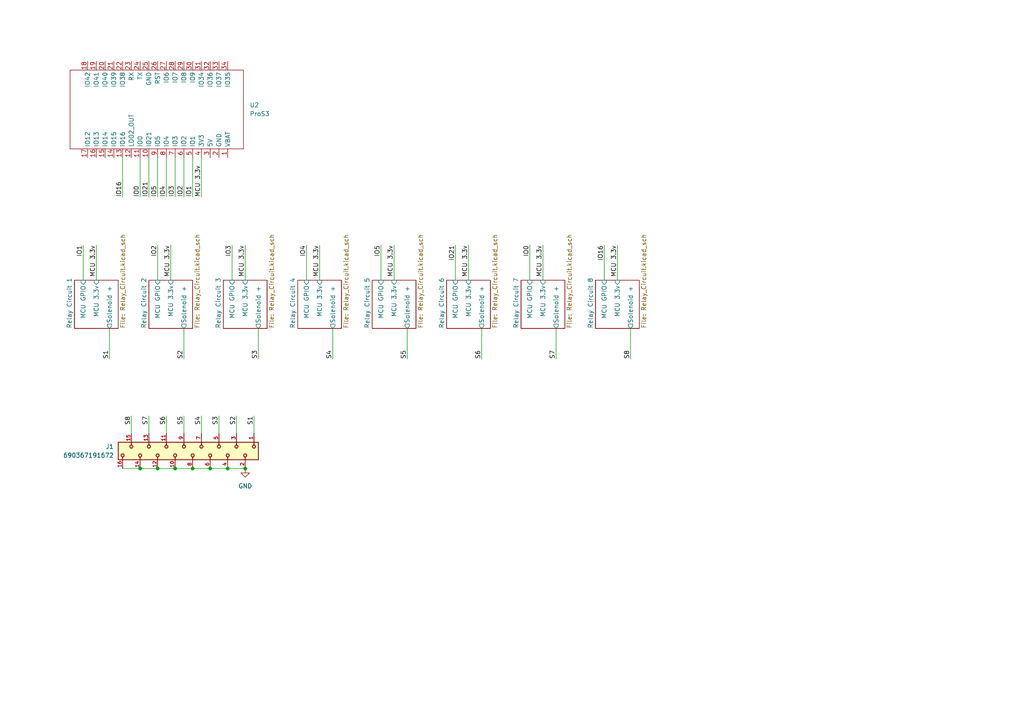
<source format=kicad_sch>
(kicad_sch (version 20230121) (generator eeschema)
  (paper "A4")
  (lib_symbols
    (symbol "ProS3:ProS3"
      (property "Reference" "U" (at 0 -28.956 0))
      (property "Value" "ProS3" (at -0.508 27.178 0))
      (symbol "ProS3_0_1"
        (rectangle (start -11.43 24.892) (end 11.43 -25.4) (stroke (width 0.1524)))
      )
      (symbol "ProS3_1_1"
        (pin power_in line (at 13.97 20.32 180) (length 2.54) (name "VBAT") (number "1"))
        (pin bidirectional line (at 13.97 -2.54 180) (length 2.54) (name "IO21") (number "10"))
        (pin bidirectional line (at 13.97 -5.08 180) (length 2.54) (name "IO0") (number "11"))
        (pin power_out line (at 13.97 -7.62 180) (length 2.54) (name "LDO2_OUT") (number "12"))
        (pin bidirectional line (at 13.97 -10.16 180) (length 2.54) (name "IO16") (number "13"))
        (pin bidirectional line (at 13.97 -12.7 180) (length 2.54) (name "IO15") (number "14"))
        (pin bidirectional line (at 13.97 -15.24 180) (length 2.54) (name "IO14") (number "15"))
        (pin bidirectional line (at 13.97 -17.78 180) (length 2.54) (name "IO13") (number "16"))
        (pin bidirectional line (at 13.97 -20.32 180) (length 2.54) (name "IO12") (number "17"))
        (pin bidirectional line (at -13.97 -20.32 0) (length 2.54) (name "IO42") (number "18"))
        (pin bidirectional line (at -13.97 -17.78 0) (length 2.54) (name "IO41") (number "19"))
        (pin power_in line (at 13.97 17.78 180) (length 2.54) (name "GND") (number "2"))
        (pin bidirectional line (at -13.97 -15.24 0) (length 2.54) (name "IO40") (number "20"))
        (pin bidirectional line (at -13.97 -12.7 0) (length 2.54) (name "IO39") (number "21"))
        (pin bidirectional line (at -13.97 -10.16 0) (length 2.54) (name "IO38") (number "22"))
        (pin bidirectional line (at -13.97 -7.62 0) (length 2.54) (name "RX") (number "23"))
        (pin bidirectional line (at -13.97 -5.08 0) (length 2.54) (name "TX") (number "24"))
        (pin power_in line (at -13.97 -2.54 0) (length 2.54) (name "GND") (number "25"))
        (pin input line (at -13.97 0 0) (length 2.54) (name "RST") (number "26"))
        (pin bidirectional line (at -13.97 2.54 0) (length 2.54) (name "IO6") (number "27"))
        (pin bidirectional line (at -13.97 5.08 0) (length 2.54) (name "IO7") (number "28"))
        (pin bidirectional line (at -13.97 7.62 0) (length 2.54) (name "IO8") (number "29"))
        (pin power_in line (at 13.97 15.24 180) (length 2.54) (name "5V") (number "3"))
        (pin bidirectional line (at -13.97 10.16 0) (length 2.54) (name "IO9") (number "30"))
        (pin bidirectional line (at -13.97 12.7 0) (length 2.54) (name "IO34") (number "31"))
        (pin bidirectional line (at -13.97 15.24 0) (length 2.54) (name "IO36") (number "32"))
        (pin bidirectional line (at -13.97 17.78 0) (length 2.54) (name "IO37") (number "33"))
        (pin bidirectional line (at -13.97 20.32 0) (length 2.54) (name "IO35") (number "34"))
        (pin power_in line (at 13.97 12.7 180) (length 2.54) (name "3V3") (number "4"))
        (pin bidirectional line (at 13.97 10.16 180) (length 2.54) (name "IO1") (number "5"))
        (pin bidirectional line (at 13.97 7.62 180) (length 2.54) (name "IO2") (number "6"))
        (pin bidirectional line (at 13.97 5.08 180) (length 2.54) (name "IO3") (number "7"))
        (pin bidirectional line (at 13.97 2.54 180) (length 2.54) (name "IO4") (number "8"))
        (pin bidirectional line (at 13.97 0 180) (length 2.54) (name "IO5") (number "9"))
      )
    )
    (symbol "WR-MM-16-Female:690367191672" (pin_names (offset 1.016))
      (property "Reference" "J" (at 19.96 0.348 0))
      (property "Value" "690367191672" (at 20.11 -1.13 0))
      (symbol "690367191672_0_0"
        (rectangle (start -21.59 -2.54) (end 19.05 2.54) (stroke (width 0.254)) (fill (type background)))
        (circle (center -20.32 -1.27) (radius 0.4445) (stroke (width 0.254)))
        (circle (center -17.78 1.27) (radius 0.4445) (stroke (width 0.254)))
        (circle (center -15.24 -1.27) (radius 0.4445) (stroke (width 0.254)))
        (circle (center -12.7 1.27) (radius 0.4445) (stroke (width 0.254)))
        (circle (center -10.16 -1.27) (radius 0.4445) (stroke (width 0.254)))
        (circle (center -7.62 1.27) (radius 0.4445) (stroke (width 0.254)))
        (circle (center -5.08 -1.27) (radius 0.4445) (stroke (width 0.254)))
        (circle (center -2.54 1.27) (radius 0.4445) (stroke (width 0.254)))
        (circle (center 0 -1.27) (radius 0.4445) (stroke (width 0.254)))
        (polyline (pts (xy -20.32 -1.705) (xy -20.32 -2.54)) (stroke (width 0.254)))
        (polyline (pts (xy -17.78 1.705) (xy -17.78 2.54)) (stroke (width 0.254)))
        (polyline (pts (xy -15.24 -1.705) (xy -15.24 -2.54)) (stroke (width 0.254)))
        (polyline (pts (xy -12.7 1.705) (xy -12.7 2.54)) (stroke (width 0.254)))
        (polyline (pts (xy -10.16 -1.705) (xy -10.16 -2.54)) (stroke (width 0.254)))
        (polyline (pts (xy -7.62 1.705) (xy -7.62 2.54)) (stroke (width 0.254)))
        (polyline (pts (xy -5.08 -1.705) (xy -5.08 -2.54)) (stroke (width 0.254)))
        (polyline (pts (xy -2.54 1.705) (xy -2.54 2.54)) (stroke (width 0.254)))
        (polyline (pts (xy 0 -1.705) (xy 0 -2.54)) (stroke (width 0.254)))
        (polyline (pts (xy 2.54 1.705) (xy 2.54 2.54)) (stroke (width 0.254)))
        (polyline (pts (xy 5.08 -1.705) (xy 5.08 -2.54)) (stroke (width 0.254)))
        (polyline (pts (xy 7.62 1.705) (xy 7.62 2.54)) (stroke (width 0.254)))
        (polyline (pts (xy 10.16 -1.705) (xy 10.16 -2.54)) (stroke (width 0.254)))
        (polyline (pts (xy 12.7 1.705) (xy 12.7 2.54)) (stroke (width 0.254)))
        (polyline (pts (xy 15.24 -1.705) (xy 15.24 -2.54)) (stroke (width 0.254)))
        (polyline (pts (xy 17.78 1.705) (xy 17.78 2.54)) (stroke (width 0.254)))
        (circle (center 2.54 1.27) (radius 0.4445) (stroke (width 0.254)))
        (circle (center 5.08 -1.27) (radius 0.4445) (stroke (width 0.254)))
        (circle (center 7.62 1.27) (radius 0.4445) (stroke (width 0.254)))
        (circle (center 10.16 -1.27) (radius 0.4445) (stroke (width 0.254)))
        (circle (center 12.7 1.27) (radius 0.4445) (stroke (width 0.254)))
        (circle (center 15.24 -1.27) (radius 0.4445) (stroke (width 0.254)))
        (circle (center 17.78 1.27) (radius 0.4445) (stroke (width 0.254)))
        (pin passive line (at 17.78 5.08 270) (length 2.54) (name "~") (number "1"))
        (pin passive line (at -5.08 -5.08 90) (length 2.54) (name "~") (number "10"))
        (pin passive line (at -7.62 5.08 270) (length 2.54) (name "~") (number "11"))
        (pin passive line (at -10.16 -5.08 90) (length 2.54) (name "~") (number "12"))
        (pin passive line (at -12.7 5.08 270) (length 2.54) (name "~") (number "13"))
        (pin passive line (at -15.24 -5.08 90) (length 2.54) (name "~") (number "14"))
        (pin passive line (at -17.78 5.08 270) (length 2.54) (name "~") (number "15"))
        (pin passive line (at -20.32 -5.08 90) (length 2.54) (name "~") (number "16"))
        (pin passive line (at 15.24 -5.08 90) (length 2.54) (name "~") (number "2"))
        (pin passive line (at 12.7 5.08 270) (length 2.54) (name "~") (number "3"))
        (pin passive line (at 10.16 -5.08 90) (length 2.54) (name "~") (number "4"))
        (pin passive line (at 7.62 5.08 270) (length 2.54) (name "~") (number "5"))
        (pin passive line (at 5.08 -5.08 90) (length 2.54) (name "~") (number "6"))
        (pin passive line (at 2.54 5.08 270) (length 2.54) (name "~") (number "7"))
        (pin passive line (at 0 -5.08 90) (length 2.54) (name "~") (number "8"))
        (pin passive line (at -2.54 5.08 270) (length 2.54) (name "~") (number "9"))
      )
    )
    (symbol "power:GND" (power) (pin_names (offset 0))
      (property "Value" "GND" (at 0 -3.81 0))
      (symbol "GND_0_1"
        (polyline (pts (xy 0 0) (xy 0 -1.27) (xy 1.27 -1.27) (xy 0 -2.54) (xy -1.27 -1.27) (xy 0 -1.27)))
      )
      (symbol "GND_1_1"
        (pin power_in line (at 0 0 270) (length 0) hide (name "GND") (number "1"))
      )
    )
  )
  (junction (at 60.96 135.89))
  (junction (at 45.72 135.89))
  (junction (at 40.64 135.89))
  (junction (at 71.12 135.89))
  (junction (at 50.8 135.89))
  (junction (at 55.88 135.89))
  (junction (at 66.04 135.89))
  (wire (pts (xy 157.48 71.12) (xy 157.48 81.28)))
  (wire (pts (xy 58.42 45.72) (xy 58.42 57.15)))
  (wire (pts (xy 182.88 95.25) (xy 182.88 104.14)))
  (wire (pts (xy 50.8 135.89) (xy 55.88 135.89)))
  (wire (pts (xy 31.75 95.25) (xy 31.75 104.14)))
  (wire (pts (xy 96.52 95.25) (xy 96.52 104.14)))
  (wire (pts (xy 35.56 45.72) (xy 35.56 57.15)))
  (wire (pts (xy 67.31 71.12) (xy 67.31 81.28)))
  (wire (pts (xy 92.71 71.12) (xy 92.71 81.28)))
  (wire (pts (xy 43.18 45.72) (xy 43.18 57.15)))
  (wire (pts (xy 88.9 71.12) (xy 88.9 81.28)))
  (wire (pts (xy 50.8 45.72) (xy 50.8 57.15)))
  (wire (pts (xy 53.34 45.72) (xy 53.34 57.15)))
  (wire (pts (xy 132.08 71.12) (xy 132.08 81.28)))
  (wire (pts (xy 43.18 120.65) (xy 43.18 125.73)))
  (wire (pts (xy 161.29 95.25) (xy 161.29 104.14)))
  (wire (pts (xy 48.26 45.72) (xy 48.26 57.15)))
  (wire (pts (xy 40.64 45.72) (xy 40.64 57.15)))
  (wire (pts (xy 135.89 71.12) (xy 135.89 81.28)))
  (wire (pts (xy 68.58 120.65) (xy 68.58 125.73)))
  (wire (pts (xy 45.72 71.12) (xy 45.72 81.28)))
  (wire (pts (xy 118.11 95.25) (xy 118.11 104.14)))
  (wire (pts (xy 35.56 135.89) (xy 40.64 135.89)))
  (wire (pts (xy 71.12 71.12) (xy 71.12 81.28)))
  (wire (pts (xy 48.26 120.65) (xy 48.26 125.73)))
  (wire (pts (xy 45.72 135.89) (xy 50.8 135.89)))
  (wire (pts (xy 24.13 71.12) (xy 24.13 81.28)))
  (wire (pts (xy 38.1 120.65) (xy 38.1 125.73)))
  (wire (pts (xy 45.72 45.72) (xy 45.72 57.15)))
  (wire (pts (xy 60.96 135.89) (xy 66.04 135.89)))
  (wire (pts (xy 63.5 120.65) (xy 63.5 125.73)))
  (wire (pts (xy 58.42 120.65) (xy 58.42 125.73)))
  (wire (pts (xy 40.64 135.89) (xy 45.72 135.89)))
  (wire (pts (xy 110.49 71.12) (xy 110.49 81.28)))
  (wire (pts (xy 55.88 135.89) (xy 60.96 135.89)))
  (wire (pts (xy 179.07 71.12) (xy 179.07 81.28)))
  (wire (pts (xy 73.66 120.65) (xy 73.66 125.73)))
  (wire (pts (xy 55.88 45.72) (xy 55.88 57.15)))
  (wire (pts (xy 49.53 71.12) (xy 49.53 81.28)))
  (wire (pts (xy 114.3 71.12) (xy 114.3 81.28)))
  (wire (pts (xy 175.26 71.12) (xy 175.26 81.28)))
  (wire (pts (xy 53.34 120.65) (xy 53.34 125.73)))
  (wire (pts (xy 53.34 95.25) (xy 53.34 104.14)))
  (wire (pts (xy 139.7 95.25) (xy 139.7 104.14)))
  (wire (pts (xy 66.04 135.89) (xy 71.12 135.89)))
  (wire (pts (xy 27.94 71.12) (xy 27.94 81.28)))
  (wire (pts (xy 153.67 71.12) (xy 153.67 81.28)))
  (wire (pts (xy 74.93 95.25) (xy 74.93 104.14)))
  (label "S7" (at 43.18 120.65 270))
  (label "MCU 3.3v" (at 71.12 71.12 270))
  (label "IO16" (at 175.26 71.12 270))
  (label "S8" (at 182.88 104.14 90))
  (label "S8" (at 38.1 120.65 270))
  (label "S2" (at 68.58 120.65 270))
  (label "IO0" (at 40.64 57.15 90))
  (label "S1" (at 73.66 120.65 270))
  (label "S1" (at 31.75 104.14 90))
  (label "IO21" (at 43.18 57.15 90))
  (label "S7" (at 161.29 104.14 90))
  (label "IO0" (at 153.67 71.12 270))
  (label "MCU 3.3v" (at 92.71 71.12 270))
  (label "IO2" (at 45.72 71.12 270))
  (label "IO2" (at 53.34 57.15 90))
  (label "IO21" (at 132.08 71.12 270))
  (label "S5" (at 118.11 104.14 90))
  (label "MCU 3.3v" (at 135.89 71.12 270))
  (label "IO3" (at 67.31 71.12 270))
  (label "MCU 3.3v" (at 157.48 71.12 270))
  (label "S5" (at 53.34 120.65 270))
  (label "MCU 3.3v" (at 114.3 71.12 270))
  (label "S4" (at 58.42 120.65 270))
  (label "MCU 3.3v" (at 179.07 71.12 270))
  (label "S2" (at 53.34 104.14 90))
  (label "MCU 3.3v" (at 58.42 57.15 90))
  (label "MCU 3.3v" (at 27.94 71.12 270))
  (label "S3" (at 74.93 104.14 90))
  (label "IO4" (at 88.9 71.12 270))
  (label "IO3" (at 50.8 57.15 90))
  (label "IO5" (at 110.49 71.12 270))
  (label "S6" (at 48.26 120.65 270))
  (label "S4" (at 96.52 104.14 90))
  (label "IO16" (at 35.56 57.15 90))
  (label "IO1" (at 55.88 57.15 90))
  (label "IO1" (at 24.13 71.12 270))
  (label "S6" (at 139.7 104.14 90))
  (label "S3" (at 63.5 120.65 270))
  (label "MCU 3.3v" (at 49.53 71.12 270))
  (label "IO5" (at 45.72 57.15 90))
  (label "IO4" (at 48.26 57.15 90))
  (symbol (lib_id "WR-MM-16-Female:690367191672") (at 55.88 130.81 0) (unit 1)
    (property "Reference" "J1" (at 33.02 129.54 0) (effects (justify right)))
    (property "Value" "690367191672" (at 33.02 132.08 0) (effects (justify right)))
    (property "Footprint" "690367191672:690367191672" (effects hide))
    (property "MF" "Würth Elektronik" (effects hide))
    (property "Description" "\nFemale header Temperature range: -40 ... +105 °C Colour: Red Connector Design: Straight / With Latch Connector Termination: THT Contact material: Tin-Plated Phosphor Bronze Gender of contacts: Female Housing Material: Polybutylene Terephthalate (PBT) Pitch: 2.54 mm / 1.27 mm Series: WR-MM Poles: 16 Rated current: 1.5 A Rated voltage: 100 VAC\n" (effects hide))
    (property "Package" "None" (effects hide))
    (property "GENDER" "Female" (effects hide))
    (property "Price" "None" (effects hide))
    (property "IR" "1.5A" (effects hide))
    (property "VALUE" "690367191672" (effects hide))
    (property "PACKAGING" "Tube" (effects hide))
    (property "PINS" "16" (effects hide))
    (property "SnapEDA_Link" "https://www.snapeda.com/parts/690367191672/Wurth+Elektronik/view-part/?ref=snap" (effects hide))
    (property "DATASHEET-URL" "https://www.we-online.com/catalog/datasheet/690367191672.pdf" (effects hide))
    (property "MP" "690367191672" (effects hide))
    (property "PITCH" "2.54" (effects hide))
    (property "PART-NUMBER" "690367191672" (effects hide))
    (property "TYPE" "Straight" (effects hide))
    (property "Availability" "In Stock" (effects hide))
    (property "Check_prices" "https://www.snapeda.com/parts/690367191672/Wurth+Elektronik/view-part/?ref=eda" (effects hide))
  )
  (symbol (lib_id "power:GND") (at 71.12 135.89 0) (unit 1)
    (property "Reference" "#PWR01" (effects hide))
    (property "Value" "GND" (at 71.12 140.97 0))
  )
  (symbol (lib_id "ProS3:ProS3") (at 45.72 31.75 270) (unit 1)
    (property "Reference" "U2" (at 72.39 30.48 90) (effects (justify left)))
    (property "Value" "ProS3" (at 72.39 33.02 90) (effects (justify left)))
  )
  (sheet (at 43.18 81.28) (size 12.7 13.97) (stroke (width 0.1524))
    (property "Sheetname" "Relay Circuit 2" (at 42.4684 95.25 90) (effects (justify left bottom)))
    (property "Sheetfile" "Relay_Circuit.kicad_sch" (at 56.4646 95.25 90) (effects (justify left top)))
    (pin "MCU 3.3v" input (at 49.53 81.28 90))
    (pin "MCU GPIO" input (at 45.72 81.28 90))
    (pin "Solenoid +" output (at 53.34 95.25 270))
  )
  (sheet (at 129.54 81.28) (size 12.7 13.97) (stroke (width 0.1524))
    (property "Sheetname" "Relay Circuit 6" (at 128.8284 95.25 90) (effects (justify left bottom)))
    (property "Sheetfile" "Relay_Circuit.kicad_sch" (at 142.8246 95.25 90) (effects (justify left top)))
    (pin "MCU 3.3v" input (at 135.89 81.28 90))
    (pin "MCU GPIO" input (at 132.08 81.28 90))
    (pin "Solenoid +" output (at 139.7 95.25 270))
  )
  (sheet (at 172.72 81.28) (size 12.7 13.97) (stroke (width 0.1524))
    (property "Sheetname" "Relay Circuit 8" (at 172.0084 95.25 90) (effects (justify left bottom)))
    (property "Sheetfile" "Relay_Circuit.kicad_sch" (at 186.0046 95.25 90) (effects (justify left top)))
    (pin "MCU 3.3v" input (at 179.07 81.28 90))
    (pin "MCU GPIO" input (at 175.26 81.28 90))
    (pin "Solenoid +" output (at 182.88 95.25 270))
  )
  (sheet (at 86.36 81.28) (size 12.7 13.97) (stroke (width 0.1524))
    (property "Sheetname" "Relay Circuit 4" (at 85.6484 95.25 90) (effects (justify left bottom)))
    (property "Sheetfile" "Relay_Circuit.kicad_sch" (at 99.6446 95.25 90) (effects (justify left top)))
    (pin "MCU 3.3v" input (at 92.71 81.28 90))
    (pin "MCU GPIO" input (at 88.9 81.28 90))
    (pin "Solenoid +" output (at 96.52 95.25 270))
  )
  (sheet (at 107.95 81.28) (size 12.7 13.97) (stroke (width 0.1524))
    (property "Sheetname" "Relay Circuit 5" (at 107.2384 95.25 90) (effects (justify left bottom)))
    (property "Sheetfile" "Relay_Circuit.kicad_sch" (at 121.2346 95.25 90) (effects (justify left top)))
    (pin "MCU 3.3v" input (at 114.3 81.28 90))
    (pin "MCU GPIO" input (at 110.49 81.28 90))
    (pin "Solenoid +" output (at 118.11 95.25 270))
  )
  (sheet (at 64.77 81.28) (size 12.7 13.97) (stroke (width 0.1524))
    (property "Sheetname" "Relay Circuit 3" (at 64.0584 95.25 90) (effects (justify left bottom)))
    (property "Sheetfile" "Relay_Circuit.kicad_sch" (at 78.0546 95.25 90) (effects (justify left top)))
    (pin "MCU 3.3v" input (at 71.12 81.28 90))
    (pin "MCU GPIO" input (at 67.31 81.28 90))
    (pin "Solenoid +" output (at 74.93 95.25 270))
  )
  (sheet (at 151.13 81.28) (size 12.7 13.97) (stroke (width 0.1524))
    (property "Sheetname" "Relay Circuit 7" (at 150.4184 95.25 90) (effects (justify left bottom)))
    (property "Sheetfile" "Relay_Circuit.kicad_sch" (at 164.4146 95.25 90) (effects (justify left top)))
    (pin "MCU 3.3v" input (at 157.48 81.28 90))
    (pin "MCU GPIO" input (at 153.67 81.28 90))
    (pin "Solenoid +" output (at 161.29 95.25 270))
  )
  (sheet (at 21.59 81.28) (size 12.7 13.97) (stroke (width 0.1524))
    (property "Sheetname" "Relay Circuit 1" (at 20.8784 95.25 90) (effects (justify left bottom)))
    (property "Sheetfile" "Relay_Circuit.kicad_sch" (at 34.8746 95.25 90) (effects (justify left top)))
    (pin "MCU 3.3v" input (at 27.94 81.28 90))
    (pin "MCU GPIO" input (at 24.13 81.28 90))
    (pin "Solenoid +" output (at 31.75 95.25 270))
  )
)
</source>
